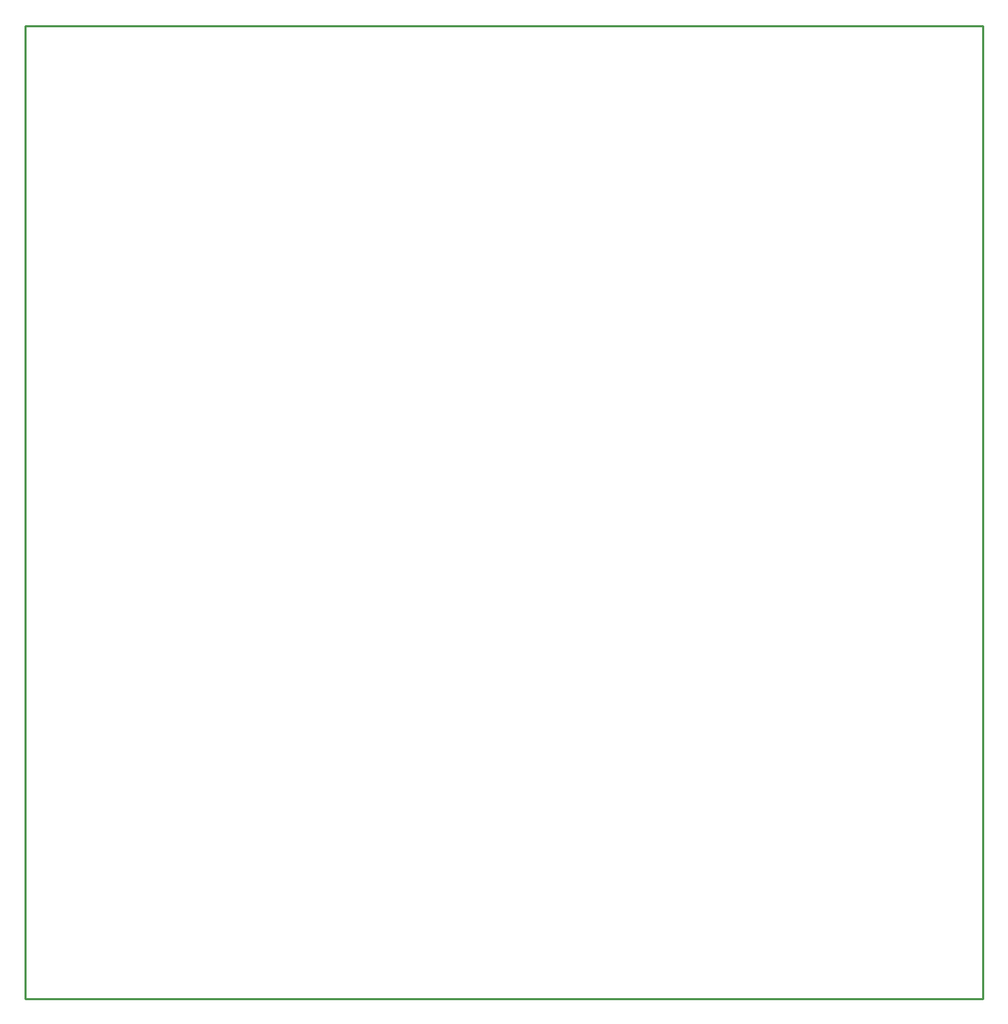
<source format=gbr>
G04 DipTrace 2.4.0.2*
%INBoardOutline.gbr*%
%MOMM*%
%ADD10C,0.254*%
%FSLAX53Y53*%
G04*
G71*
G90*
G75*
G01*
%LNBoardOutline*%
%LPD*%
X10000Y127690D2*
D10*
X125957D1*
Y10000D1*
X10000D1*
Y127690D1*
M02*

</source>
